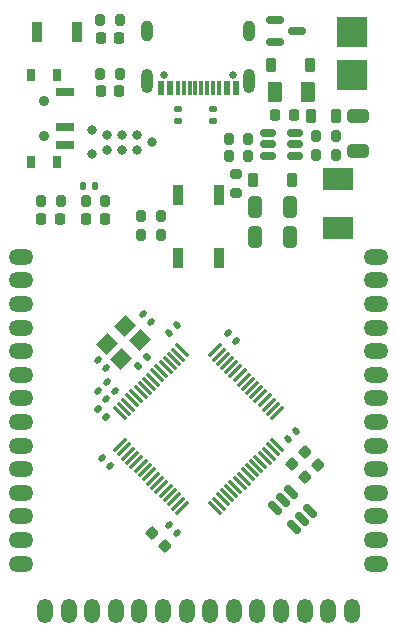
<source format=gbr>
%TF.GenerationSoftware,KiCad,Pcbnew,7.0.2*%
%TF.CreationDate,2023-06-14T20:26:51+10:00*%
%TF.ProjectId,STM32_Simple_Rev1.0,53544d33-325f-4536-996d-706c655f5265,rev?*%
%TF.SameCoordinates,Original*%
%TF.FileFunction,Soldermask,Top*%
%TF.FilePolarity,Negative*%
%FSLAX46Y46*%
G04 Gerber Fmt 4.6, Leading zero omitted, Abs format (unit mm)*
G04 Created by KiCad (PCBNEW 7.0.2) date 2023-06-14 20:26:51*
%MOMM*%
%LPD*%
G01*
G04 APERTURE LIST*
G04 Aperture macros list*
%AMRoundRect*
0 Rectangle with rounded corners*
0 $1 Rounding radius*
0 $2 $3 $4 $5 $6 $7 $8 $9 X,Y pos of 4 corners*
0 Add a 4 corners polygon primitive as box body*
4,1,4,$2,$3,$4,$5,$6,$7,$8,$9,$2,$3,0*
0 Add four circle primitives for the rounded corners*
1,1,$1+$1,$2,$3*
1,1,$1+$1,$4,$5*
1,1,$1+$1,$6,$7*
1,1,$1+$1,$8,$9*
0 Add four rect primitives between the rounded corners*
20,1,$1+$1,$2,$3,$4,$5,0*
20,1,$1+$1,$4,$5,$6,$7,0*
20,1,$1+$1,$6,$7,$8,$9,0*
20,1,$1+$1,$8,$9,$2,$3,0*%
%AMRotRect*
0 Rectangle, with rotation*
0 The origin of the aperture is its center*
0 $1 length*
0 $2 width*
0 $3 Rotation angle, in degrees counterclockwise*
0 Add horizontal line*
21,1,$1,$2,0,0,$3*%
G04 Aperture macros list end*
%ADD10RoundRect,0.520000X-0.480000X-0.130000X0.480000X-0.130000X0.480000X0.130000X-0.480000X0.130000X0*%
%ADD11RoundRect,0.075000X-0.548008X0.441942X0.441942X-0.548008X0.548008X-0.441942X-0.441942X0.548008X0*%
%ADD12RoundRect,0.075000X-0.548008X-0.441942X-0.441942X-0.548008X0.548008X0.441942X0.441942X0.548008X0*%
%ADD13R,2.500000X2.500000*%
%ADD14RoundRect,0.140000X0.219203X0.021213X0.021213X0.219203X-0.219203X-0.021213X-0.021213X-0.219203X0*%
%ADD15R,0.900000X1.700000*%
%ADD16RoundRect,0.520000X0.130000X-0.480000X0.130000X0.480000X-0.130000X0.480000X-0.130000X-0.480000X0*%
%ADD17RoundRect,0.520000X0.480000X0.130000X-0.480000X0.130000X-0.480000X-0.130000X0.480000X-0.130000X0*%
%ADD18RoundRect,0.135000X-0.135000X-0.185000X0.135000X-0.185000X0.135000X0.185000X-0.135000X0.185000X0*%
%ADD19RoundRect,0.200000X-0.200000X-0.275000X0.200000X-0.275000X0.200000X0.275000X-0.200000X0.275000X0*%
%ADD20C,0.650000*%
%ADD21R,0.600000X1.240000*%
%ADD22R,0.300000X1.240000*%
%ADD23O,1.000000X2.100000*%
%ADD24O,1.000000X1.800000*%
%ADD25RoundRect,0.225000X-0.225000X-0.250000X0.225000X-0.250000X0.225000X0.250000X-0.225000X0.250000X0*%
%ADD26RoundRect,0.225000X-0.335876X-0.017678X-0.017678X-0.335876X0.335876X0.017678X0.017678X0.335876X0*%
%ADD27RoundRect,0.140000X-0.219203X-0.021213X-0.021213X-0.219203X0.219203X0.021213X0.021213X0.219203X0*%
%ADD28RoundRect,0.218750X-0.218750X-0.256250X0.218750X-0.256250X0.218750X0.256250X-0.218750X0.256250X0*%
%ADD29C,0.800000*%
%ADD30RoundRect,0.150000X0.468458X-0.256326X-0.256326X0.468458X-0.468458X0.256326X0.256326X-0.468458X0*%
%ADD31RoundRect,0.250000X-0.650000X0.325000X-0.650000X-0.325000X0.650000X-0.325000X0.650000X0.325000X0*%
%ADD32RoundRect,0.200000X0.275000X-0.200000X0.275000X0.200000X-0.275000X0.200000X-0.275000X-0.200000X0*%
%ADD33RoundRect,0.147500X-0.226274X-0.017678X-0.017678X-0.226274X0.226274X0.017678X0.017678X0.226274X0*%
%ADD34R,0.800000X1.000000*%
%ADD35C,0.900000*%
%ADD36R,1.500000X0.700000*%
%ADD37RoundRect,0.200000X0.200000X0.275000X-0.200000X0.275000X-0.200000X-0.275000X0.200000X-0.275000X0*%
%ADD38RoundRect,0.250000X0.325000X0.650000X-0.325000X0.650000X-0.325000X-0.650000X0.325000X-0.650000X0*%
%ADD39RoundRect,0.140000X0.021213X-0.219203X0.219203X-0.021213X-0.021213X0.219203X-0.219203X0.021213X0*%
%ADD40RoundRect,0.225000X0.225000X0.375000X-0.225000X0.375000X-0.225000X-0.375000X0.225000X-0.375000X0*%
%ADD41RoundRect,0.150000X-0.587500X-0.150000X0.587500X-0.150000X0.587500X0.150000X-0.587500X0.150000X0*%
%ADD42RoundRect,0.218750X-0.218750X-0.381250X0.218750X-0.381250X0.218750X0.381250X-0.218750X0.381250X0*%
%ADD43R,2.500000X1.900000*%
%ADD44RoundRect,0.150000X-0.512500X-0.150000X0.512500X-0.150000X0.512500X0.150000X-0.512500X0.150000X0*%
%ADD45RoundRect,0.135000X0.185000X-0.135000X0.185000X0.135000X-0.185000X0.135000X-0.185000X-0.135000X0*%
%ADD46RoundRect,0.135000X0.035355X-0.226274X0.226274X-0.035355X-0.035355X0.226274X-0.226274X0.035355X0*%
%ADD47RoundRect,0.250000X-0.375000X-0.625000X0.375000X-0.625000X0.375000X0.625000X-0.375000X0.625000X0*%
%ADD48RoundRect,0.218750X0.218750X0.256250X-0.218750X0.256250X-0.218750X-0.256250X0.218750X-0.256250X0*%
%ADD49RotRect,1.400000X1.200000X225.000000*%
G04 APERTURE END LIST*
D10*
%TO.C,J15*%
X185000000Y-108000000D03*
%TD*%
%TO.C,J16*%
X185000000Y-110000000D03*
%TD*%
%TO.C,J14*%
X185000000Y-106000000D03*
%TD*%
D11*
%TO.C,U1*%
X198638819Y-95935519D03*
X198285266Y-96289072D03*
X197931713Y-96642625D03*
X197578159Y-96996179D03*
X197224606Y-97349732D03*
X196871052Y-97703286D03*
X196517499Y-98056839D03*
X196163946Y-98410392D03*
X195810392Y-98763946D03*
X195456839Y-99117499D03*
X195103286Y-99471052D03*
X194749732Y-99824606D03*
X194396179Y-100178159D03*
X194042625Y-100531713D03*
X193689072Y-100885266D03*
X193335519Y-101238819D03*
D12*
X193335519Y-103961181D03*
X193689072Y-104314734D03*
X194042625Y-104668287D03*
X194396179Y-105021841D03*
X194749732Y-105375394D03*
X195103286Y-105728948D03*
X195456839Y-106082501D03*
X195810392Y-106436054D03*
X196163946Y-106789608D03*
X196517499Y-107143161D03*
X196871052Y-107496714D03*
X197224606Y-107850268D03*
X197578159Y-108203821D03*
X197931713Y-108557375D03*
X198285266Y-108910928D03*
X198638819Y-109264481D03*
D11*
X201361181Y-109264481D03*
X201714734Y-108910928D03*
X202068287Y-108557375D03*
X202421841Y-108203821D03*
X202775394Y-107850268D03*
X203128948Y-107496714D03*
X203482501Y-107143161D03*
X203836054Y-106789608D03*
X204189608Y-106436054D03*
X204543161Y-106082501D03*
X204896714Y-105728948D03*
X205250268Y-105375394D03*
X205603821Y-105021841D03*
X205957375Y-104668287D03*
X206310928Y-104314734D03*
X206664481Y-103961181D03*
D12*
X206664481Y-101238819D03*
X206310928Y-100885266D03*
X205957375Y-100531713D03*
X205603821Y-100178159D03*
X205250268Y-99824606D03*
X204896714Y-99471052D03*
X204543161Y-99117499D03*
X204189608Y-98763946D03*
X203836054Y-98410392D03*
X203482501Y-98056839D03*
X203128948Y-97703286D03*
X202775394Y-97349732D03*
X202421841Y-96996179D03*
X202068287Y-96642625D03*
X201714734Y-96289072D03*
X201361181Y-95935519D03*
%TD*%
D10*
%TO.C,J9*%
X185000000Y-96000000D03*
%TD*%
D13*
%TO.C,J1*%
X213000000Y-69000000D03*
%TD*%
D14*
%TO.C,C9*%
X192914790Y-99333167D03*
X192235968Y-98654345D03*
%TD*%
D15*
%TO.C,SW2*%
X186300000Y-69000000D03*
X189700000Y-69000000D03*
%TD*%
D16*
%TO.C,J30*%
X209000000Y-118000000D03*
%TD*%
D10*
%TO.C,J5*%
X185000000Y-90000000D03*
%TD*%
D17*
%TO.C,J37*%
X215000000Y-106000000D03*
%TD*%
D18*
%TO.C,R12*%
X190190000Y-82000000D03*
X191210000Y-82000000D03*
%TD*%
D19*
%TO.C,R11*%
X191675000Y-72500000D03*
X193325000Y-72500000D03*
%TD*%
D17*
%TO.C,J46*%
X215000000Y-88000000D03*
%TD*%
D16*
%TO.C,J29*%
X207000000Y-118000000D03*
%TD*%
D10*
%TO.C,J6*%
X185000000Y-92000000D03*
%TD*%
D17*
%TO.C,J39*%
X215000000Y-102000000D03*
%TD*%
D16*
%TO.C,J22*%
X193000000Y-118000000D03*
%TD*%
%TO.C,J32*%
X213000000Y-118000000D03*
%TD*%
D20*
%TO.C,J8*%
X202890000Y-72605000D03*
X197110000Y-72605000D03*
D21*
X203200000Y-73725000D03*
X202400000Y-73725000D03*
D22*
X201250000Y-73725000D03*
X200250000Y-73725000D03*
X199750000Y-73725000D03*
X198750000Y-73725000D03*
D21*
X197600000Y-73725000D03*
X196800000Y-73725000D03*
X196800000Y-73725000D03*
X197600000Y-73725000D03*
D22*
X198250000Y-73725000D03*
X199250000Y-73725000D03*
X200750000Y-73725000D03*
X201750000Y-73725000D03*
D21*
X202400000Y-73725000D03*
X203200000Y-73725000D03*
D23*
X204320000Y-73125000D03*
D24*
X204320000Y-68925000D03*
D23*
X195680000Y-73125000D03*
D24*
X195680000Y-68925000D03*
%TD*%
D17*
%TO.C,J34*%
X215000000Y-111998624D03*
%TD*%
D10*
%TO.C,J10*%
X185000000Y-98000000D03*
%TD*%
D25*
%TO.C,C12*%
X206525000Y-76000000D03*
X208075000Y-76000000D03*
%TD*%
D26*
%TO.C,C7*%
X207937273Y-105587526D03*
X209033289Y-106683542D03*
%TD*%
D10*
%TO.C,J7*%
X185000000Y-94000000D03*
%TD*%
D27*
%TO.C,C8*%
X202489016Y-94482415D03*
X203167838Y-95161237D03*
%TD*%
D28*
%TO.C,D4*%
X191712500Y-74000000D03*
X193287500Y-74000000D03*
%TD*%
%TO.C,D3*%
X191712500Y-69500000D03*
X193287500Y-69500000D03*
%TD*%
D17*
%TO.C,J38*%
X215000000Y-104000000D03*
%TD*%
D29*
%TO.C,J3*%
X196080000Y-78315500D03*
X191000000Y-79331500D03*
X191000000Y-77299500D03*
X194810000Y-77680500D03*
X194810000Y-78950500D03*
X193540000Y-77680500D03*
X193540000Y-78950500D03*
X192270000Y-77680500D03*
X192270000Y-78950500D03*
%TD*%
D19*
%TO.C,R2*%
X209975000Y-79400000D03*
X211625000Y-79400000D03*
%TD*%
D15*
%TO.C,SW4*%
X201700000Y-88100000D03*
X198300000Y-88100000D03*
%TD*%
D30*
%TO.C,U3*%
X208132583Y-110876085D03*
X208804334Y-110204334D03*
X209476085Y-109532583D03*
X207867417Y-107923915D03*
X207195666Y-108595666D03*
X206523915Y-109267417D03*
%TD*%
D31*
%TO.C,C13*%
X213500000Y-76125000D03*
X213500000Y-79075000D03*
%TD*%
D32*
%TO.C,R3*%
X203200000Y-82625000D03*
X203200000Y-80975000D03*
%TD*%
D10*
%TO.C,J11*%
X185000000Y-100000000D03*
%TD*%
D33*
%TO.C,L2*%
X191525325Y-100913550D03*
X192211219Y-101599444D03*
%TD*%
D34*
%TO.C,SW1*%
X188050000Y-72650000D03*
X185840000Y-72650000D03*
D35*
X186940000Y-74800000D03*
X186940000Y-77800000D03*
D34*
X188050000Y-79950000D03*
X185840000Y-79950000D03*
D36*
X188700000Y-74050000D03*
X188700000Y-77050000D03*
X188700000Y-78550000D03*
%TD*%
D15*
%TO.C,SW3*%
X201700000Y-82800000D03*
X198300000Y-82800000D03*
%TD*%
D17*
%TO.C,J44*%
X215000000Y-92000000D03*
%TD*%
D37*
%TO.C,R14*%
X196825000Y-84600000D03*
X195175000Y-84600000D03*
%TD*%
D10*
%TO.C,J4*%
X185000000Y-88000000D03*
%TD*%
D38*
%TO.C,C15*%
X207775000Y-83800000D03*
X204825000Y-83800000D03*
%TD*%
D37*
%TO.C,R15*%
X192125000Y-83300000D03*
X190475000Y-83300000D03*
%TD*%
D16*
%TO.C,J20*%
X189000000Y-118000000D03*
%TD*%
D17*
%TO.C,J40*%
X215000000Y-100000000D03*
%TD*%
D16*
%TO.C,J27*%
X203000000Y-118000000D03*
%TD*%
D10*
%TO.C,J13*%
X185000000Y-104000000D03*
%TD*%
D17*
%TO.C,J45*%
X215000000Y-90000000D03*
%TD*%
D10*
%TO.C,J17*%
X185000000Y-112000000D03*
%TD*%
D16*
%TO.C,J28*%
X205000000Y-118000000D03*
%TD*%
D39*
%TO.C,C3*%
X197539269Y-94454130D03*
X198218091Y-93775308D03*
%TD*%
D16*
%TO.C,J26*%
X201000000Y-118000000D03*
%TD*%
D38*
%TO.C,C14*%
X207775000Y-86300000D03*
X204825000Y-86300000D03*
%TD*%
D26*
%TO.C,C5*%
X196093235Y-111421157D03*
X197189251Y-112517173D03*
%TD*%
D40*
%TO.C,D2*%
X207950000Y-81500000D03*
X204650000Y-81500000D03*
%TD*%
D17*
%TO.C,J41*%
X215000000Y-98000000D03*
%TD*%
D27*
%TO.C,C2*%
X197539269Y-110745870D03*
X198218091Y-111424692D03*
%TD*%
D17*
%TO.C,J35*%
X215000000Y-110000000D03*
%TD*%
D37*
%TO.C,R4*%
X204225000Y-79500000D03*
X202575000Y-79500000D03*
%TD*%
D41*
%TO.C,Q1*%
X206462500Y-67950000D03*
X206462500Y-69850000D03*
X208337500Y-68900000D03*
%TD*%
D16*
%TO.C,J24*%
X197000000Y-118000000D03*
%TD*%
D17*
%TO.C,J42*%
X215000000Y-96000000D03*
%TD*%
D16*
%TO.C,J31*%
X211000000Y-118000000D03*
%TD*%
D10*
%TO.C,J12*%
X185000000Y-102000000D03*
%TD*%
D42*
%TO.C,FB1*%
X209537500Y-76100000D03*
X211662500Y-76100000D03*
%TD*%
D17*
%TO.C,J33*%
X215000000Y-114000000D03*
%TD*%
D26*
%TO.C,C1*%
X208997934Y-104526866D03*
X210093950Y-105622882D03*
%TD*%
D43*
%TO.C,L1*%
X211800000Y-81450000D03*
X211800000Y-85550000D03*
%TD*%
D44*
%TO.C,U2*%
X205862500Y-77550000D03*
X205862500Y-78500000D03*
X205862500Y-79450000D03*
X208137500Y-79450000D03*
X208137500Y-78500000D03*
X208137500Y-77550000D03*
%TD*%
D14*
%TO.C,C4*%
X192539411Y-105739411D03*
X191860589Y-105060589D03*
%TD*%
D13*
%TO.C,J2*%
X213000000Y-72600000D03*
%TD*%
D45*
%TO.C,R8*%
X201250000Y-76510000D03*
X201250000Y-75490000D03*
%TD*%
D16*
%TO.C,J23*%
X195000000Y-118000000D03*
%TD*%
D46*
%TO.C,R9*%
X194901761Y-97233059D03*
X195623009Y-96511811D03*
%TD*%
D47*
%TO.C,F1*%
X206500000Y-74100000D03*
X209300000Y-74100000D03*
%TD*%
D19*
%TO.C,R1*%
X209975000Y-77800000D03*
X211625000Y-77800000D03*
%TD*%
D17*
%TO.C,J43*%
X215000000Y-94000000D03*
%TD*%
D14*
%TO.C,C10*%
X192207683Y-100040273D03*
X191528861Y-99361451D03*
%TD*%
D45*
%TO.C,R13*%
X198250000Y-76510000D03*
X198250000Y-75490000D03*
%TD*%
D28*
%TO.C,D5*%
X186712500Y-84800000D03*
X188287500Y-84800000D03*
%TD*%
D16*
%TO.C,J25*%
X199000000Y-118000000D03*
%TD*%
D27*
%TO.C,C16*%
X195347238Y-92856069D03*
X196026060Y-93534891D03*
%TD*%
D19*
%TO.C,R5*%
X202575000Y-78000000D03*
X204225000Y-78000000D03*
%TD*%
D48*
%TO.C,D6*%
X192087500Y-84800000D03*
X190512500Y-84800000D03*
%TD*%
D16*
%TO.C,J19*%
X187000000Y-118000000D03*
%TD*%
%TO.C,J21*%
X191000000Y-118000000D03*
%TD*%
D39*
%TO.C,C6*%
X207615540Y-103469741D03*
X208294362Y-102790919D03*
%TD*%
D10*
%TO.C,J18*%
X185000000Y-114000000D03*
%TD*%
D40*
%TO.C,D1*%
X209450000Y-71800000D03*
X206150000Y-71800000D03*
%TD*%
D17*
%TO.C,J36*%
X215000000Y-108000000D03*
%TD*%
D19*
%TO.C,R10*%
X191675000Y-68000000D03*
X193325000Y-68000000D03*
%TD*%
D49*
%TO.C,Y1*%
X193812816Y-93867232D03*
X192257181Y-95422867D03*
X193459262Y-96624948D03*
X195014897Y-95069313D03*
%TD*%
D14*
%TO.C,C17*%
X192136972Y-97423978D03*
X191458150Y-96745156D03*
%TD*%
D37*
%TO.C,R7*%
X196825000Y-86200000D03*
X195175000Y-86200000D03*
%TD*%
D19*
%TO.C,R6*%
X186675000Y-83300000D03*
X188325000Y-83300000D03*
%TD*%
M02*

</source>
